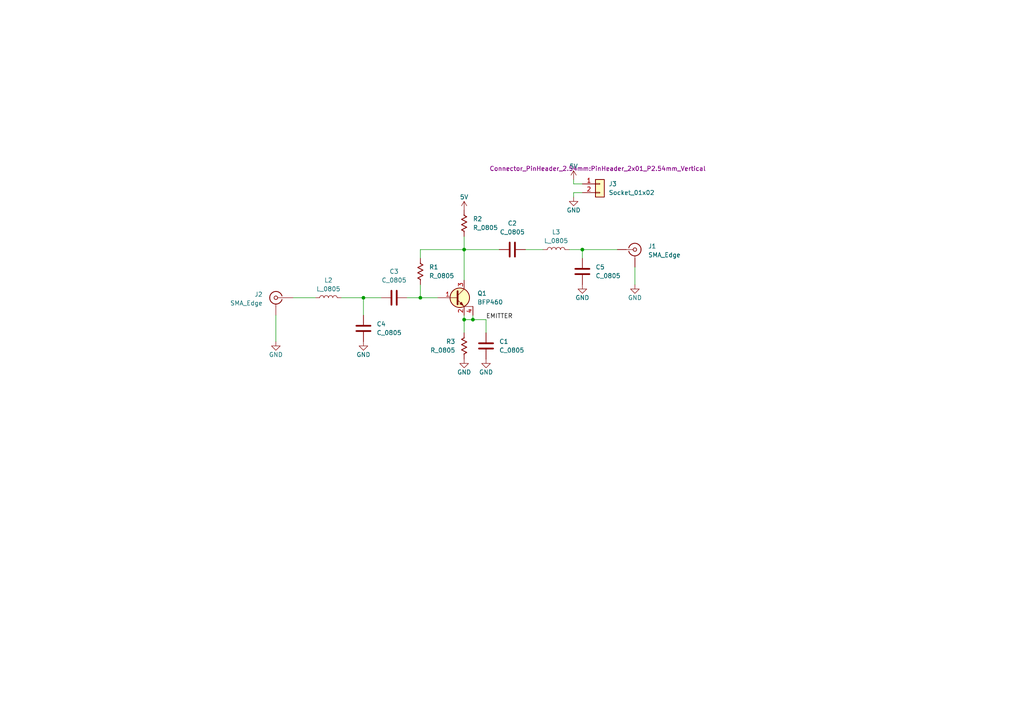
<source format=kicad_sch>
(kicad_sch (version 20250114) (generator "eeschema") (generator_version "9.0")
  (paper "A4")
  (lib_symbols
    (symbol "Device:L" (pin_numbers (hide yes)) (pin_names (offset 1.016) (hide yes))
      (property "Reference" "L" (at -1.27 0 90))
      (property "Value" "L" (at 1.905 0 90))
      (symbol "L_0_1"
        (arc (start 0 2.54) (mid 0.6323 1.905) (end 0 1.27))
        (arc (start 0 1.27) (mid 0.6323 0.635) (end 0 0))
        (arc (start 0 0) (mid 0.6323 -0.635) (end 0 -1.27))
        (arc (start 0 -1.27) (mid 0.6323 -1.905) (end 0 -2.54))
      )
      (symbol "L_1_1"
        (pin passive line (at 0 3.81 270) (length 1.27) (name "1") (number "1"))
        (pin passive line (at 0 -3.81 90) (length 1.27) (name "2") (number "2"))
      )
    )
    (symbol "PCM_4ms_Connector:Socket_01x02" (pin_names (offset 1.016) (hide yes))
      (property "Reference" "J" (at 0 2.54 0))
      (property "Value" "Socket_01x02" (at 0 -5.08 0))
      (symbol "Socket_01x02_1_1"
        (rectangle (start -1.27 1.27) (end 1.27 -3.81) (stroke (width 0.254)) (fill (type background)))
        (rectangle (start -1.27 0.127) (end 0 -0.127) (stroke (width 0.1524)))
        (rectangle (start -1.27 -2.413) (end 0 -2.667) (stroke (width 0.1524)))
        (pin passive line (at -5.08 0 0) (length 3.81) (name "Pin_1") (number "1"))
        (pin passive line (at -5.08 -2.54 0) (length 3.81) (name "Pin_2") (number "2"))
      )
    )
    (symbol "PCM_Capacitor_AKL:C_0805" (pin_numbers (hide yes)) (pin_names (offset 0.254))
      (property "Reference" "C" (at 0.635 2.54 0))
      (property "Value" "C_0805" (at 0.635 -2.54 0))
      (symbol "C_0805_0_1"
        (polyline (pts (xy -2.032 0.762) (xy 2.032 0.762)) (stroke (width 0.508)))
        (polyline (pts (xy -2.032 -0.762) (xy 2.032 -0.762)) (stroke (width 0.508)))
      )
      (symbol "C_0805_0_2"
        (polyline (pts (xy -2.54 -2.54) (xy -0.381 -0.381)))
        (polyline (pts (xy -0.508 -0.508) (xy -1.651 0.635)) (stroke (width 0.508)))
        (polyline (pts (xy -0.508 -0.508) (xy 0.635 -1.651)) (stroke (width 0.508)))
        (polyline (pts (xy 0.381 0.381) (xy 2.54 2.54)))
        (polyline (pts (xy 0.508 0.508) (xy -0.635 1.651)) (stroke (width 0.508)))
        (polyline (pts (xy 0.508 0.508) (xy 1.651 -0.635)) (stroke (width 0.508)))
      )
      (symbol "C_0805_1_1"
        (pin passive line (at 0 3.81 270) (length 2.794) (name "~") (number "1"))
        (pin passive line (at 0 -3.81 90) (length 2.794) (name "~") (number "2"))
      )
      (symbol "C_0805_1_2"
        (pin passive line (at -2.54 -2.54 90) (length 0) (name "~") (number "2"))
        (pin passive line (at 2.54 2.54 270) (length 0) (name "~") (number "1"))
      )
    )
    (symbol "PCM_Resistor_US_AKL:R_0805" (pin_numbers (hide yes)) (pin_names (offset 0))
      (property "Reference" "R" (at 2.54 1.27 0))
      (property "Value" "R_0805" (at 2.54 -1.27 0))
      (symbol "R_0805_0_1"
        (polyline (pts (xy 0 2.286) (xy 0 2.54)) (stroke (width 0.254)))
        (polyline (pts (xy 0 2.286) (xy 0.762 1.905) (xy -0.762 1.143) (xy 0 0.762) (xy 0.762 0.381) (xy 0 0) (xy -0.762 -0.381) (xy 0 -0.762) (xy 0.762 -1.143) (xy 0 -1.524) (xy -0.762 -1.905) (xy 0 -2.286)) (stroke (width 0.254)))
        (polyline (pts (xy 0 -2.286) (xy 0 -2.54)) (stroke (width 0.254)))
      )
      (symbol "R_0805_0_2"
        (polyline (pts (xy -2.54 -2.54) (xy -1.778 -1.778)))
        (polyline (pts (xy -1.778 -1.778) (xy -1.524 -1.524)) (stroke (width 0.254)))
        (polyline (pts (xy -1.524 -1.524) (xy -1.778 -0.762) (xy -1.016 -1.016)) (stroke (width 0.254)))
        (polyline (pts (xy -0.508 -0.508) (xy -0.762 0.254) (xy 0 0)) (stroke (width 0.254)))
        (polyline (pts (xy -0.508 -0.508) (xy -0.254 -1.27) (xy -1.016 -1.016)) (stroke (width 0.254)))
        (polyline (pts (xy 0.508 0.508) (xy 0.254 1.27) (xy 1.016 1.016)) (stroke (width 0.254)))
        (polyline (pts (xy 0.508 0.508) (xy 0.762 -0.254) (xy 0 0)) (stroke (width 0.254)))
        (polyline (pts (xy 1.524 1.524) (xy 1.778 0.762) (xy 1.016 1.016)) (stroke (width 0.254)))
        (polyline (pts (xy 1.778 1.778) (xy 1.524 1.524)) (stroke (width 0.254)))
        (polyline (pts (xy 1.778 1.778) (xy 2.54 2.54)))
      )
      (symbol "R_0805_1_1"
        (pin passive line (at 0 3.81 270) (length 1.27) (name "~") (number "1"))
        (pin passive line (at 0 -3.81 90) (length 1.27) (name "~") (number "2"))
      )
      (symbol "R_0805_1_2"
        (pin passive line (at -2.54 -2.54 0) (length 0) (name "") (number "2"))
        (pin passive line (at 2.54 2.54 180) (length 0) (name "") (number "1"))
      )
    )
    (symbol "PCM_SparkFun-PowerSymbol:5V" (power) (pin_names (offset 0))
      (property "Value" "5V" (at 0 3.81 0))
      (symbol "5V_0_1"
        (polyline (pts (xy -0.762 1.27) (xy 0 2.54)))
        (polyline (pts (xy 0 2.54) (xy 0.762 1.27)))
        (polyline (pts (xy 0 0) (xy 0 2.54)))
      )
      (symbol "5V_1_1"
        (pin power_in line (at 0 0 90) (length 0) (hide yes) (name "5V") (number "1"))
      )
    )
    (symbol "PCM_SparkFun-PowerSymbol:GND" (power) (pin_names (offset 0))
      (property "Value" "GND" (at 0 -3.81 0))
      (symbol "GND_0_1"
        (polyline (pts (xy 0 0) (xy 0 -1.27) (xy 1.27 -1.27) (xy 0 -2.54) (xy -1.27 -1.27) (xy 0 -1.27)))
      )
      (symbol "GND_1_1"
        (pin power_in line (at 0 0 270) (length 0) (hide yes) (name "GND") (number "1"))
      )
    )
    (symbol "PCM_SparkFun-RF:SMA_EdgeMount_8mm" (pin_numbers (hide yes)) (pin_names (offset 1.016) (hide yes))
      (property "Reference" "J" (at 0.254 3.048 0))
      (property "Value" "SMA_Edge" (at 3.81 0 90))
      (symbol "SMA_EdgeMount_8mm_0_1"
        (polyline (pts (xy -2.54 0) (xy -0.508 0)))
        (arc (start 1.778 0) (mid 0.222 -1.8079) (end -1.778 -0.508) (stroke (width 0.254)))
        (arc (start -1.778 0.508) (mid 0.2221 1.8084) (end 1.778 0) (stroke (width 0.254)))
        (circle (center 0 0) (radius 0.508) (stroke (width 0.2032)))
        (polyline (pts (xy 0 -2.54) (xy 0 -1.778)))
      )
      (symbol "SMA_EdgeMount_8mm_1_1"
        (pin passive line (at -5.08 0 0) (length 2.54) (name "In") (number "1"))
        (pin passive line (at 0 -5.08 90) (length 2.54) (name "Ext") (number "2"))
      )
    )
    (symbol "PCM_Transistor_BJT_AKL:BFP450" (pin_names (hide yes))
      (property "Reference" "Q" (at 5.08 1.27 0))
      (property "Value" "BFP450" (at 5.08 -1.27 0))
      (symbol "BFP450_0_1"
        (polyline (pts (xy 0.635 1.905) (xy 0.635 -1.905) (xy 0.635 -1.905)) (stroke (width 0.508)))
        (polyline (pts (xy 0.635 0.635) (xy 2.54 2.54)))
        (polyline (pts (xy 0.635 -0.635) (xy 2.54 -2.54) (xy 2.54 -2.54)))
        (circle (center 1.27 0) (radius 2.8194) (stroke (width 0.254)) (fill (type background)))
        (polyline (pts (xy 1.27 -1.778) (xy 1.778 -1.27) (xy 2.286 -2.286) (xy 1.27 -1.778) (xy 1.27 -1.778)) (fill (type outline)))
        (polyline (pts (xy 5.08 -2.54) (xy 2.54 -2.54)))
      )
      (symbol "BFP450_1_1"
        (pin input line (at -5.08 0 0) (length 5.715) (name "B") (number "1"))
        (pin passive line (at 2.54 5.08 270) (length 2.54) (name "C") (number "3"))
        (pin passive line (at 2.54 -5.08 90) (length 2.54) (name "E") (number "2"))
        (pin passive line (at 5.08 -5.08 90) (length 2.54) (name "E") (number "4"))
      )
    )
  )
  (junction (at 121.92 86.36))
  (junction (at 137.16 92.71))
  (junction (at 168.91 72.39))
  (junction (at 134.62 72.39))
  (junction (at 134.62 92.71))
  (junction (at 105.41 86.36))
  (wire (pts (xy 121.92 86.36) (xy 121.92 82.55)))
  (wire (pts (xy 134.62 91.44) (xy 134.62 92.71)))
  (wire (pts (xy 134.62 68.58) (xy 134.62 72.39)))
  (wire (pts (xy 134.62 72.39) (xy 144.78 72.39)))
  (wire (pts (xy 152.4 72.39) (xy 157.48 72.39)))
  (wire (pts (xy 140.97 92.71) (xy 140.97 96.52)))
  (wire (pts (xy 121.92 74.93) (xy 121.92 72.39)))
  (wire (pts (xy 166.37 53.34) (xy 166.37 52.07)))
  (wire (pts (xy 105.41 86.36) (xy 110.49 86.36)))
  (wire (pts (xy 165.1 72.39) (xy 168.91 72.39)))
  (wire (pts (xy 166.37 55.88) (xy 168.91 55.88)))
  (wire (pts (xy 105.41 91.44) (xy 105.41 86.36)))
  (wire (pts (xy 168.91 72.39) (xy 179.07 72.39)))
  (wire (pts (xy 168.91 72.39) (xy 168.91 74.93)))
  (wire (pts (xy 121.92 72.39) (xy 134.62 72.39)))
  (wire (pts (xy 184.15 77.47) (xy 184.15 82.55)))
  (wire (pts (xy 166.37 57.15) (xy 166.37 55.88)))
  (wire (pts (xy 137.16 92.71) (xy 140.97 92.71)))
  (wire (pts (xy 99.06 86.36) (xy 105.41 86.36)))
  (wire (pts (xy 134.62 72.39) (xy 134.62 81.28)))
  (wire (pts (xy 134.62 92.71) (xy 134.62 96.52)))
  (wire (pts (xy 118.11 86.36) (xy 121.92 86.36)))
  (wire (pts (xy 127 86.36) (xy 121.92 86.36)))
  (wire (pts (xy 137.16 92.71) (xy 137.16 91.44)))
  (wire (pts (xy 168.91 53.34) (xy 166.37 53.34)))
  (wire (pts (xy 85.09 86.36) (xy 91.44 86.36)))
  (wire (pts (xy 134.62 92.71) (xy 137.16 92.71)))
  (wire (pts (xy 80.01 91.44) (xy 80.01 99.06)))
  (label "EMITTER" (at 140.97 92.71 0))
  (symbol (lib_id "PCM_SparkFun-PowerSymbol:5V") (at 166.37 52.07 0) (unit 1)
    (property "Reference" "#PWR08" (effects (hide yes)))
    (property "Value" "5V" (at 166.37 48.26 0))
    (property "Description" "Power symbol creates a global label with name \"5V\"" (effects (hide yes)))
  )
  (symbol (lib_id "PCM_SparkFun-PowerSymbol:GND") (at 105.41 99.06 0) (unit 1)
    (property "Reference" "#PWR04" (effects (hide yes)))
    (property "Value" "GND" (at 105.41 102.87 0))
    (property "Description" "Power symbol creates a global label with name \"GND\" , ground" (effects (hide yes)))
  )
  (symbol (lib_id "PCM_SparkFun-RF:SMA_EdgeMount_8mm") (at 184.15 72.39 0) (unit 1)
    (property "Reference" "J1" (at 187.96 71.4131 0) (effects (justify left)))
    (property "Value" "SMA_Edge" (at 187.96 73.9531 0) (effects (justify left)))
    (property "Footprint" "PCM_SparkFun-Connector:SMA_Edge_8mm" (effects (hide yes)))
    (property "Datasheet" "https://cdn.sparkfun.com/assets/c/2/9/a/7/SMA-KE-347C-H13.5-1.pdf" (effects (hide yes)))
    (property "Description" "SMA PCB Edge Mount connector" (effects (hide yes)))
    (property "PROD_ID" "CONN-19593" (effects (hide yes)))
  )
  (symbol (lib_id "PCM_SparkFun-PowerSymbol:GND") (at 140.97 104.14 0) (unit 1)
    (property "Reference" "#PWR03" (effects (hide yes)))
    (property "Value" "GND" (at 140.97 107.95 0))
    (property "Description" "Power symbol creates a global label with name \"GND\" , ground" (effects (hide yes)))
  )
  (symbol (lib_id "PCM_Capacitor_AKL:C_0805") (at 105.41 95.25 0) (unit 1)
    (property "Reference" "C4" (at 109.22 93.9799 0) (effects (justify left)))
    (property "Value" "C_0805" (at 109.22 96.5199 0) (effects (justify left)))
    (property "Footprint" "PCM_Capacitor_SMD_AKL:C_0805_2012Metric" (effects (hide yes)))
    (property "Description" "SMD 0805 MLCC capacitor, Alternate KiCad Library" (effects (hide yes)))
  )
  (symbol (lib_id "PCM_4ms_Connector:Socket_01x02") (at 173.99 53.34 0) (unit 1)
    (property "Reference" "J3" (at 176.53 53.3399 0) (effects (justify left)))
    (property "Value" "Socket_01x02" (at 176.53 55.8799 0) (effects (justify left)))
    (property "Footprint" "Connector_PinHeader_2.54mm:PinHeader_2x01_P2.54mm_Vertical" (at 173.355 48.895 0))
    (property "Description" "HEADER 1x2 MALE PINS 0.100” 180deg" (effects (hide yes)))
    (property "Specifications" "Socket Header, 1*2, spacing 2.54mm, Vertical" (effects (hide yes)))
    (property "Manufacturer" "?" (effects (hide yes)))
    (property "Part Number" "?" (effects (hide yes)))
  )
  (symbol (lib_id "PCM_SparkFun-PowerSymbol:GND") (at 168.91 82.55 0) (unit 1)
    (property "Reference" "#PWR05" (effects (hide yes)))
    (property "Value" "GND" (at 168.91 86.36 0))
    (property "Description" "Power symbol creates a global label with name \"GND\" , ground" (effects (hide yes)))
  )
  (symbol (lib_id "PCM_Resistor_US_AKL:R_0805") (at 134.62 100.33 0) (mirror y) (unit 1)
    (property "Reference" "R3" (at 132.08 99.0599 0) (effects (justify left)))
    (property "Value" "R_0805" (at 132.08 101.5999 0) (effects (justify left)))
    (property "Footprint" "PCM_Resistor_SMD_AKL:R_0805_2012Metric" (effects (hide yes)))
    (property "Description" "SMD 0805 Chip Resistor, US Symbol, Alternate KiCad Library" (effects (hide yes)))
  )
  (symbol (lib_id "PCM_Resistor_US_AKL:R_0805") (at 121.92 78.74 0) (unit 1)
    (property "Reference" "R1" (at 124.46 77.4699 0) (effects (justify left)))
    (property "Value" "R_0805" (at 124.46 80.0099 0) (effects (justify left)))
    (property "Footprint" "PCM_Resistor_SMD_AKL:R_0805_2012Metric" (effects (hide yes)))
    (property "Description" "SMD 0805 Chip Resistor, US Symbol, Alternate KiCad Library" (effects (hide yes)))
  )
  (symbol (lib_id "PCM_SparkFun-PowerSymbol:5V") (at 134.62 60.96 0) (unit 1)
    (property "Reference" "#PWR01" (effects (hide yes)))
    (property "Value" "5V" (at 134.62 57.15 0))
    (property "Description" "Power symbol creates a global label with name \"5V\"" (effects (hide yes)))
  )
  (symbol (lib_id "PCM_SparkFun-PowerSymbol:GND") (at 166.37 57.15 0) (unit 1)
    (property "Reference" "#PWR09" (effects (hide yes)))
    (property "Value" "GND" (at 166.37 60.96 0))
    (property "Description" "Power symbol creates a global label with name \"GND\" , ground" (effects (hide yes)))
  )
  (symbol (lib_id "Device:L") (at 95.25 86.36 90) (unit 1)
    (property "Reference" "L2" (at 95.25 81.28 90))
    (property "Value" "L_0805" (at 95.25 83.82 90))
    (property "Footprint" "PCM_SparkFun-Coil:0805" (effects (hide yes)))
    (property "Description" "Inductor" (effects (hide yes)))
  )
  (symbol (lib_id "PCM_Capacitor_AKL:C_0805") (at 114.3 86.36 90) (unit 1)
    (property "Reference" "C3" (at 114.3 78.74 90))
    (property "Value" "C_0805" (at 114.3 81.28 90))
    (property "Footprint" "PCM_Capacitor_SMD_AKL:C_0805_2012Metric" (effects (hide yes)))
    (property "Description" "SMD 0805 MLCC capacitor, Alternate KiCad Library" (effects (hide yes)))
  )
  (symbol (lib_id "PCM_SparkFun-PowerSymbol:GND") (at 134.62 104.14 0) (unit 1)
    (property "Reference" "#PWR02" (effects (hide yes)))
    (property "Value" "GND" (at 134.62 107.95 0))
    (property "Description" "Power symbol creates a global label with name \"GND\" , ground" (effects (hide yes)))
  )
  (symbol (lib_id "PCM_Capacitor_AKL:C_0805") (at 140.97 100.33 0) (unit 1)
    (property "Reference" "C1" (at 144.78 99.0599 0) (effects (justify left)))
    (property "Value" "C_0805" (at 144.78 101.5999 0) (effects (justify left)))
    (property "Footprint" "PCM_Capacitor_SMD_AKL:C_0805_2012Metric" (effects (hide yes)))
    (property "Description" "SMD 0805 MLCC capacitor, Alternate KiCad Library" (effects (hide yes)))
  )
  (symbol (lib_id "PCM_SparkFun-PowerSymbol:GND") (at 184.15 82.55 0) (unit 1)
    (property "Reference" "#PWR06" (effects (hide yes)))
    (property "Value" "GND" (at 184.15 86.36 0))
    (property "Description" "Power symbol creates a global label with name \"GND\" , ground" (effects (hide yes)))
  )
  (symbol (lib_id "PCM_Capacitor_AKL:C_0805") (at 168.91 78.74 180) (unit 1)
    (property "Reference" "C5" (at 172.72 77.4699 0) (effects (justify right)))
    (property "Value" "C_0805" (at 172.72 80.0099 0) (effects (justify right)))
    (property "Footprint" "PCM_Capacitor_SMD_AKL:C_0805_2012Metric" (effects (hide yes)))
    (property "Description" "SMD 0805 MLCC capacitor, Alternate KiCad Library" (effects (hide yes)))
  )
  (symbol (lib_id "PCM_Resistor_US_AKL:R_0805") (at 134.62 64.77 0) (unit 1)
    (property "Reference" "R2" (at 137.16 63.4999 0) (effects (justify left)))
    (property "Value" "R_0805" (at 137.16 66.0399 0) (effects (justify left)))
    (property "Footprint" "PCM_Resistor_SMD_AKL:R_0805_2012Metric" (effects (hide yes)))
    (property "Description" "SMD 0805 Chip Resistor, US Symbol, Alternate KiCad Library" (effects (hide yes)))
  )
  (symbol (lib_id "PCM_SparkFun-RF:SMA_EdgeMount_8mm") (at 80.01 86.36 0) (mirror y) (unit 1)
    (property "Reference" "J2" (at 76.2 85.3831 0) (effects (justify left)))
    (property "Value" "SMA_Edge" (at 76.2 87.9231 0) (effects (justify left)))
    (property "Footprint" "PCM_SparkFun-Connector:SMA_Edge_8mm" (effects (hide yes)))
    (property "Datasheet" "https://cdn.sparkfun.com/assets/c/2/9/a/7/SMA-KE-347C-H13.5-1.pdf" (effects (hide yes)))
    (property "Description" "SMA PCB Edge Mount connector" (effects (hide yes)))
    (property "PROD_ID" "CONN-19593" (effects (hide yes)))
  )
  (symbol (lib_id "PCM_SparkFun-PowerSymbol:GND") (at 80.01 99.06 0) (unit 1)
    (property "Reference" "#PWR07" (effects (hide yes)))
    (property "Value" "GND" (at 80.01 102.87 0))
    (property "Description" "Power symbol creates a global label with name \"GND\" , ground" (effects (hide yes)))
  )
  (symbol (lib_id "PCM_Capacitor_AKL:C_0805") (at 148.59 72.39 90) (unit 1)
    (property "Reference" "C2" (at 148.59 64.77 90))
    (property "Value" "C_0805" (at 148.59 67.31 90))
    (property "Footprint" "PCM_Capacitor_SMD_AKL:C_0805_2012Metric" (effects (hide yes)))
    (property "Description" "SMD 0805 MLCC capacitor, Alternate KiCad Library" (effects (hide yes)))
  )
  (symbol (lib_id "PCM_Transistor_BJT_AKL:BFP450") (at 132.08 86.36 0) (unit 1)
    (property "Reference" "Q1" (at 138.43 85.0899 0) (effects (justify left)))
    (property "Value" "BFP460" (at 138.43 87.6299 0) (effects (justify left)))
    (property "Footprint" "PCM_Package_TO_SOT_SMD_AKL:SOT-343_SC-70-4" (effects (hide yes)))
    (property "Datasheet" "https://www.tme.eu/Document/1d53c38b88880980b859a749e6d619af/BFP450H6327-dte.pdf" (effects (hide yes)))
    (property "Description" "NPN SOT-343 RF transistor, 4.5V, 170mA, 500mW, 18GHz, Alternate KiCAD Library" (effects (hide yes)))
  )
  (symbol (lib_id "Device:L") (at 161.29 72.39 90) (unit 1)
    (property "Reference" "L3" (at 161.29 67.31 90))
    (property "Value" "L_0805" (at 161.29 69.85 90))
    (property "Footprint" "PCM_SparkFun-Coil:0805" (effects (hide yes)))
    (property "Description" "Inductor" (effects (hide yes)))
  )
)
</source>
